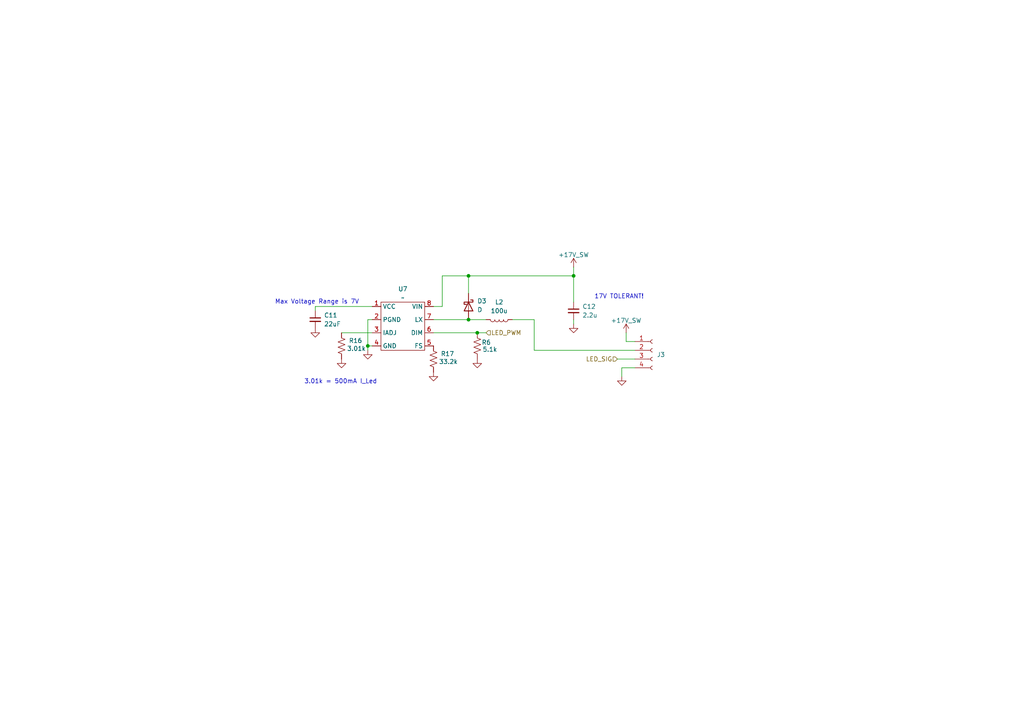
<source format=kicad_sch>
(kicad_sch (version 20231120) (generator "eeschema") (generator_version "8.0")
  (paper "A4")
  (lib_symbols
    (symbol "Connector:Conn_01x04_Socket" (pin_names (offset 1.016) hide)
      (property "Reference" "J" (at 0 5.08 0))
      (property "Value" "Conn_01x04_Socket" (at 0 -7.62 0))
      (symbol "Conn_01x04_Socket_1_1"
        (arc (start 0 -4.572) (mid -0.5058 -5.08) (end 0 -5.588) (stroke (width 0.1524)))
        (arc (start 0 -2.032) (mid -0.5058 -2.54) (end 0 -3.048) (stroke (width 0.1524)))
        (polyline (pts (xy -1.27 -5.08) (xy -0.508 -5.08)) (stroke (width 0.1524)))
        (polyline (pts (xy -1.27 -2.54) (xy -0.508 -2.54)) (stroke (width 0.1524)))
        (polyline (pts (xy -1.27 0) (xy -0.508 0)) (stroke (width 0.1524)))
        (polyline (pts (xy -1.27 2.54) (xy -0.508 2.54)) (stroke (width 0.1524)))
        (arc (start 0 0.508) (mid -0.5058 0) (end 0 -0.508) (stroke (width 0.1524)))
        (arc (start 0 3.048) (mid -0.5058 2.54) (end 0 2.032) (stroke (width 0.1524)))
        (pin passive line (at -5.08 2.54 0) (length 3.81) (name "Pin_1") (number "1"))
        (pin passive line (at -5.08 0 0) (length 3.81) (name "Pin_2") (number "2"))
        (pin passive line (at -5.08 -2.54 0) (length 3.81) (name "Pin_3") (number "3"))
        (pin passive line (at -5.08 -5.08 0) (length 3.81) (name "Pin_4") (number "4"))
      )
    )
    (symbol "Device:C_Small" (pin_numbers hide) (pin_names (offset 0.254) hide)
      (property "Reference" "C" (at 0.254 1.778 0))
      (property "Value" "C_Small" (at 0.254 -2.032 0))
      (symbol "C_Small_0_1"
        (polyline (pts (xy -1.524 -0.508) (xy 1.524 -0.508)) (stroke (width 0.3302)))
        (polyline (pts (xy -1.524 0.508) (xy 1.524 0.508)) (stroke (width 0.3048)))
      )
      (symbol "C_Small_1_1"
        (pin passive line (at 0 2.54 270) (length 2.032) (name "~") (number "1"))
        (pin passive line (at 0 -2.54 90) (length 2.032) (name "~") (number "2"))
      )
    )
    (symbol "Device:D_Schottky" (pin_numbers hide) (pin_names (offset 1.016) hide)
      (property "Reference" "D" (at 0 2.54 0))
      (property "Value" "D_Schottky" (at 0 -2.54 0))
      (symbol "D_Schottky_0_1"
        (polyline (pts (xy 1.27 0) (xy -1.27 0)))
        (polyline (pts (xy 1.27 1.27) (xy 1.27 -1.27) (xy -1.27 0) (xy 1.27 1.27)) (stroke (width 0.254)))
        (polyline (pts (xy -1.905 0.635) (xy -1.905 1.27) (xy -1.27 1.27) (xy -1.27 -1.27) (xy -0.635 -1.27) (xy -0.635 -0.635)) (stroke (width 0.254)))
      )
      (symbol "D_Schottky_1_1"
        (pin passive line (at -3.81 0 0) (length 2.54) (name "K") (number "1"))
        (pin passive line (at 3.81 0 180) (length 2.54) (name "A") (number "2"))
      )
    )
    (symbol "Device:L" (pin_numbers hide) (pin_names (offset 1.016) hide)
      (property "Reference" "L" (at -1.27 0 90))
      (property "Value" "L" (at 1.905 0 90))
      (symbol "L_0_1"
        (arc (start 0 -2.54) (mid 0.6323 -1.905) (end 0 -1.27))
        (arc (start 0 -1.27) (mid 0.6323 -0.635) (end 0 0))
        (arc (start 0 0) (mid 0.6323 0.635) (end 0 1.27))
        (arc (start 0 1.27) (mid 0.6323 1.905) (end 0 2.54))
      )
      (symbol "L_1_1"
        (pin passive line (at 0 3.81 270) (length 1.27) (name "1") (number "1"))
        (pin passive line (at 0 -3.81 90) (length 1.27) (name "2") (number "2"))
      )
    )
    (symbol "Device:R_US" (pin_numbers hide) (pin_names (offset 0))
      (property "Reference" "R" (at 2.54 0 90))
      (property "Value" "R_US" (at -2.54 0 90))
      (symbol "R_US_0_1"
        (polyline (pts (xy 0 -2.286) (xy 0 -2.54)))
        (polyline (pts (xy 0 2.286) (xy 0 2.54)))
        (polyline (pts (xy 0 -0.762) (xy 1.016 -1.143) (xy 0 -1.524) (xy -1.016 -1.905) (xy 0 -2.286)))
        (polyline (pts (xy 0 0.762) (xy 1.016 0.381) (xy 0 0) (xy -1.016 -0.381) (xy 0 -0.762)))
        (polyline (pts (xy 0 2.286) (xy 1.016 1.905) (xy 0 1.524) (xy -1.016 1.143) (xy 0 0.762)))
      )
      (symbol "R_US_1_1"
        (pin passive line (at 0 3.81 270) (length 1.27) (name "~") (number "1"))
        (pin passive line (at 0 -3.81 90) (length 1.27) (name "~") (number "2"))
      )
    )
    (symbol "GND_1" (power) (pin_numbers hide) (pin_names (offset 0) hide)
      (symbol "GND_1_0_1"
        (polyline (pts (xy 0 0) (xy 0 -1.27) (xy 1.27 -1.27) (xy 0 -2.54) (xy -1.27 -1.27) (xy 0 -1.27)))
      )
      (symbol "GND_1_1_1"
        (pin power_in line (at 0 0 270) (length 0) (name "~") (number "1"))
      )
    )
    (symbol "MyLibrary:TPS92511"
      (property "Reference" "U" (at 0.508 1.524 0))
      (symbol "TPS92511_0_0"
        (pin unspecified line (at 2.54 -1.27 0) (length 2.54) (name "VCC") (number "1"))
        (pin unspecified line (at 2.54 -5.08 0) (length 2.54) (name "PGND") (number "2"))
        (pin unspecified line (at 2.54 -8.89 0) (length 2.54) (name "IADJ") (number "3"))
        (pin unspecified line (at 2.54 -12.7 0) (length 2.54) (name "GND") (number "4"))
        (pin unspecified line (at 20.32 -12.7 180) (length 2.54) (name "FS") (number "5"))
        (pin unspecified line (at 20.32 -8.89 180) (length 2.54) (name "DIM") (number "6"))
        (pin unspecified line (at 20.32 -5.08 180) (length 2.54) (name "LX") (number "7"))
        (pin unspecified line (at 20.32 -1.27 180) (length 2.54) (name "VIN") (number "8"))
      )
      (symbol "TPS92511_0_1"
        (rectangle (start 5.08 0) (end 17.78 -13.97))
      )
      (symbol "TPS92511_1_0"
        (pin unspecified line (at 2.54 -12.7 0) (length 2.54) hide (name "GND") (number "9"))
      )
    )
    (symbol "power:+15V" (power) (pin_numbers hide) (pin_names (offset 0) hide)
      (property "Value" "+15V" (at 0 3.556 0))
      (symbol "+15V_0_1"
        (polyline (pts (xy -0.762 1.27) (xy 0 2.54)))
        (polyline (pts (xy 0 0) (xy 0 2.54)))
        (polyline (pts (xy 0 2.54) (xy 0.762 1.27)))
      )
      (symbol "+15V_1_1"
        (pin power_in line (at 0 0 90) (length 0) (name "~") (number "1"))
      )
    )
    (symbol "power:GND" (power) (pin_names (offset 0))
      (symbol "GND_0_1"
        (polyline (pts (xy 0 0) (xy 0 -1.27) (xy 1.27 -1.27) (xy 0 -2.54) (xy -1.27 -1.27) (xy 0 -1.27)))
      )
      (symbol "GND_1_1"
        (pin power_in line (at 0 0 270) (length 0) hide (name "GND") (number "1"))
      )
    )
  )
  (junction (at 138.43 96.52))
  (junction (at 106.68 100.33))
  (junction (at 135.89 80.01))
  (junction (at 166.37 80.01))
  (junction (at 135.89 92.71))
  (wire (pts (xy 125.73 88.9) (xy 128.27 88.9)))
  (wire (pts (xy 125.73 96.52) (xy 138.43 96.52)))
  (wire (pts (xy 125.73 92.71) (xy 135.89 92.71)))
  (wire (pts (xy 166.37 80.01) (xy 166.37 87.63)))
  (wire (pts (xy 91.44 88.9) (xy 107.95 88.9)))
  (wire (pts (xy 179.07 104.14) (xy 184.15 104.14)))
  (wire (pts (xy 166.37 92.71) (xy 166.37 93.98)))
  (wire (pts (xy 166.37 77.47) (xy 166.37 80.01)))
  (wire (pts (xy 106.68 100.33) (xy 107.95 100.33)))
  (wire (pts (xy 107.95 92.71) (xy 106.68 92.71)))
  (wire (pts (xy 91.44 90.17) (xy 91.44 88.9)))
  (wire (pts (xy 154.94 92.71) (xy 154.94 101.6)))
  (wire (pts (xy 180.34 106.68) (xy 184.15 106.68)))
  (wire (pts (xy 154.94 101.6) (xy 184.15 101.6)))
  (wire (pts (xy 106.68 101.6) (xy 106.68 100.33)))
  (wire (pts (xy 135.89 80.01) (xy 166.37 80.01)))
  (wire (pts (xy 128.27 80.01) (xy 128.27 88.9)))
  (wire (pts (xy 106.68 92.71) (xy 106.68 100.33)))
  (wire (pts (xy 181.61 99.06) (xy 184.15 99.06)))
  (wire (pts (xy 138.43 96.52) (xy 140.97 96.52)))
  (wire (pts (xy 135.89 92.71) (xy 140.97 92.71)))
  (wire (pts (xy 181.61 96.52) (xy 181.61 99.06)))
  (wire (pts (xy 128.27 80.01) (xy 135.89 80.01)))
  (wire (pts (xy 180.34 109.22) (xy 180.34 106.68)))
  (wire (pts (xy 148.59 92.71) (xy 154.94 92.71)))
  (wire (pts (xy 135.89 85.09) (xy 135.89 80.01)))
  (wire (pts (xy 99.06 96.52) (xy 107.95 96.52)))
  (text "17V TOLERANT!" (at 179.578 86.106 0) (effects (font (size 1.27 1.27))))
  (text "Max Voltage Range is 7V" (at 91.948 87.63 0) (effects (font (size 1.27 1.27))))
  (text "3.01k = 500mA I_Led" (at 98.806 110.744 0) (effects (font (size 1.27 1.27))))
  (hierarchical_label "LED_PWM" (shape input) (at 140.97 96.52 0))
  (hierarchical_label "LED_SIG" (shape input) (at 179.07 104.14 180))
  (symbol (lib_id "power:GND") (at 125.73 107.95 0) (unit 1)
    (property "Reference" "#PWR056" (effects (hide yes)))
    (property "Value" "GND" (effects (hide yes)))
    (instances (project "ECE148_Mainboard" (path "" (reference "#PWR056") (unit 1)) (path "" (reference "#PWR064") (unit 1))))
  )
  (symbol (lib_id "Connector:Conn_01x04_Socket") (at 189.23 101.6 0) (unit 1)
    (property "Reference" "J3" (at 190.5 102.8699 0) (effects (justify left)))
    (property "Value" "Conn_01x05_Socket" (effects (hide yes)))
    (property "Footprint" "Connector_JST:JST_XH_B4B-XH-A_1x04_P2.50mm_Vertical" (effects (hide yes)))
    (property "Description" "Generic connector, single row, 01x04, script generated" (effects (hide yes)))
    (instances (project "ECE148_Mainboard" (path "" (reference "J3") (unit 1)) (path "" (reference "J12") (unit 1))))
  )
  (symbol (lib_id "Device:D_Schottky") (at 135.89 88.9 270) (unit 1)
    (property "Reference" "D3" (at 138.43 87.3124 90) (effects (justify left)))
    (property "Value" "D" (at 138.43 89.8524 90) (effects (justify left)))
    (property "Footprint" "Diode_SMD:D_SOD-123F" (effects (hide yes)))
    (property "Description" "Schottky diode" (effects (hide yes)))
    (property "Sim.Device" "D" (effects (hide yes)))
    (property "Sim.Pins" "1=K 2=A" (effects (hide yes)))
    (property "MANUFACTURER" "846-RB168MM-30CT-ND" (effects (hide yes)))
    (instances (project "ECE148_Mainboard" (path "" (reference "D3") (unit 1)) (path "" (reference "D4") (unit 1))))
  )
  (symbol (lib_id "Device:R_US") (at 99.06 100.33 180) (unit 1)
    (property "Reference" "R16" (at 103.124 98.806 0))
    (property "Value" "3.01k" (at 103.378 101.092 0))
    (property "Footprint" "Resistor_SMD:R_0402_1005Metric" (effects (hide yes)))
    (property "Description" "Resistor, US symbol" (effects (hide yes)))
    (property "MANUFACTURER" "P3.01KLCT-ND" (effects (hide yes)))
    (instances (project "ECE148_Mainboard" (path "" (reference "R16") (unit 1)) (path "" (reference "R18") (unit 1))))
  )
  (symbol (lib_id "power:GND") (at 138.43 104.14 0) (unit 1)
    (property "Reference" "#PWR019" (effects (hide yes)))
    (property "Value" "GND" (effects (hide yes)))
    (instances (project "ECE148_Mainboard" (path "" (reference "#PWR019") (unit 1)) (path "" (reference "#PWR033") (unit 1))))
  )
  (symbol (lib_id "power:GND") (at 91.44 95.25 0) (unit 1)
    (property "Reference" "#PWR053" (effects (hide yes)))
    (property "Value" "GND" (effects (hide yes)))
    (instances (project "ECE148_Mainboard" (path "" (reference "#PWR053") (unit 1)) (path "" (reference "#PWR061") (unit 1))))
  )
  (symbol (lib_name "GND_1") (lib_id "power:GND") (at 180.34 109.22 0) (unit 1)
    (property "Reference" "#PWR059" (effects (hide yes)))
    (property "Value" "GND" (effects (hide yes)))
    (property "Description" "Power symbol creates a global label with name \"GND\" , ground" (effects (hide yes)))
    (instances (project "ECE148_Mainboard" (path "" (reference "#PWR059") (unit 1)) (path "" (reference "#PWR067") (unit 1))))
  )
  (symbol (lib_id "power:GND") (at 106.68 101.6 0) (unit 1)
    (property "Reference" "#PWR055" (effects (hide yes)))
    (property "Value" "GND" (effects (hide yes)))
    (instances (project "ECE148_Mainboard" (path "" (reference "#PWR055") (unit 1)) (path "" (reference "#PWR063") (unit 1))))
  )
  (symbol (lib_id "Device:R_US") (at 138.43 100.33 0) (unit 1)
    (property "Reference" "R6" (at 139.7 99.314 0) (effects (justify left)))
    (property "Value" "5.1k" (at 139.954 101.346 0) (effects (justify left)))
    (property "Footprint" "Resistor_SMD:R_0402_1005Metric" (effects (hide yes)))
    (property "Description" "Resistor, US symbol" (effects (hide yes)))
    (property "MANUFACTURER" "P5.1KDECT-ND" (effects (hide yes)))
    (instances (project "ECE148_Mainboard" (path "" (reference "R6") (unit 1)) (path "" (reference "R7") (unit 1))))
  )
  (symbol (lib_id "Device:R_US") (at 125.73 104.14 180) (unit 1)
    (property "Reference" "R17" (at 129.794 102.616 0))
    (property "Value" "33.2k" (at 130.048 104.902 0))
    (property "Footprint" "Resistor_SMD:R_0402_1005Metric" (effects (hide yes)))
    (property "Description" "Resistor, US symbol" (effects (hide yes)))
    (property "MANUFACTURER" "P33.2KLCT-ND" (effects (hide yes)))
    (instances (project "ECE148_Mainboard" (path "" (reference "R17") (unit 1)) (path "" (reference "R19") (unit 1))))
  )
  (symbol (lib_id "Device:C_Small") (at 91.44 92.71 0) (unit 1)
    (property "Reference" "C11" (at 93.98 91.4462 0) (effects (justify left)))
    (property "Value" "22uF" (at 93.98 93.9862 0) (effects (justify left)))
    (property "Footprint" "Capacitor_SMD:C_0603_1608Metric" (effects (hide yes)))
    (property "Description" "Unpolarized capacitor, small symbol" (effects (hide yes)))
    (property "MANUFACTURER" "490-10476-1-ND" (effects (hide yes)))
    (instances (project "ECE148_Mainboard" (path "" (reference "C11") (unit 1)) (path "" (reference "C13") (unit 1))))
  )
  (symbol (lib_id "Device:L") (at 144.78 92.71 270) (unit 1)
    (property "Reference" "L2" (at 144.78 87.63 90))
    (property "Value" "100u" (at 144.78 90.17 90))
    (property "Footprint" "Inductor_SMD:L_Taiyo-Yuden_NR-60xx" (effects (hide yes)))
    (property "Description" "Inductor" (effects (hide yes)))
    (property "MANUFACTURER" "587-2947-1-ND" (effects (hide yes)))
    (instances (project "ECE148_Mainboard" (path "" (reference "L2") (unit 1)) (path "" (reference "L3") (unit 1))))
  )
  (symbol (lib_id "power:GND") (at 166.37 93.98 0) (unit 1)
    (property "Reference" "#PWR058" (effects (hide yes)))
    (property "Value" "GND" (effects (hide yes)))
    (instances (project "ECE148_Mainboard" (path "" (reference "#PWR058") (unit 1)) (path "" (reference "#PWR066") (unit 1))))
  )
  (symbol (lib_id "power:+15V") (at 181.61 96.52 0) (unit 1)
    (property "Reference" "#PWR057" (effects (hide yes)))
    (property "Value" "+17V_SW" (at 181.61 92.964 0))
    (property "Description" "Power symbol creates a global label with name \"+15V\"" (effects (hide yes)))
    (instances (project "ECE148_Mainboard" (path "" (reference "#PWR057") (unit 1)) (path "" (reference "#PWR060") (unit 1))))
  )
  (symbol (lib_id "power:GND") (at 99.06 104.14 0) (unit 1)
    (property "Reference" "#PWR054" (effects (hide yes)))
    (property "Value" "GND" (effects (hide yes)))
    (instances (project "ECE148_Mainboard" (path "" (reference "#PWR054") (unit 1)) (path "" (reference "#PWR062") (unit 1))))
  )
  (symbol (lib_id "power:+15V") (at 166.37 77.47 0) (unit 1)
    (property "Reference" "#PWR023" (effects (hide yes)))
    (property "Value" "+17V_SW" (at 166.37 73.914 0))
    (property "Description" "Power symbol creates a global label with name \"+15V\"" (effects (hide yes)))
    (instances (project "ECE148_Mainboard" (path "" (reference "#PWR023") (unit 1)) (path "" (reference "#PWR047") (unit 1))))
  )
  (symbol (lib_id "MyLibrary:TPS92511") (at 105.41 87.63 0) (unit 1)
    (property "Reference" "U7" (at 116.84 83.82 0))
    (property "Value" "~" (at 116.84 86.36 0))
    (property "Footprint" "Package_SO:TI_SO-PowerPAD-8_ThermalVias" (effects (hide yes)))
    (property "MANUFACTURER" "TPS92511DDA" (effects (hide yes)))
    (instances (project "ECE148_Mainboard" (path "" (reference "U7") (unit 1)) (path "" (reference "U8") (unit 1))))
  )
  (symbol (lib_id "Device:C_Small") (at 166.37 90.17 0) (unit 1)
    (property "Reference" "C12" (at 168.91 88.9062 0) (effects (justify left)))
    (property "Value" "2.2u" (at 168.91 91.4462 0) (effects (justify left)))
    (property "Footprint" "Capacitor_SMD:C_0603_1608Metric" (effects (hide yes)))
    (property "Description" "Unpolarized capacitor, small symbol" (effects (hide yes)))
    (property "MANUFACTURER" "490-GRM188R61E225KA12JCT-ND" (effects (hide yes)))
    (instances (project "ECE148_Mainboard" (path "" (reference "C12") (unit 1)) (path "" (reference "C14") (unit 1))))
  )
)
</source>
